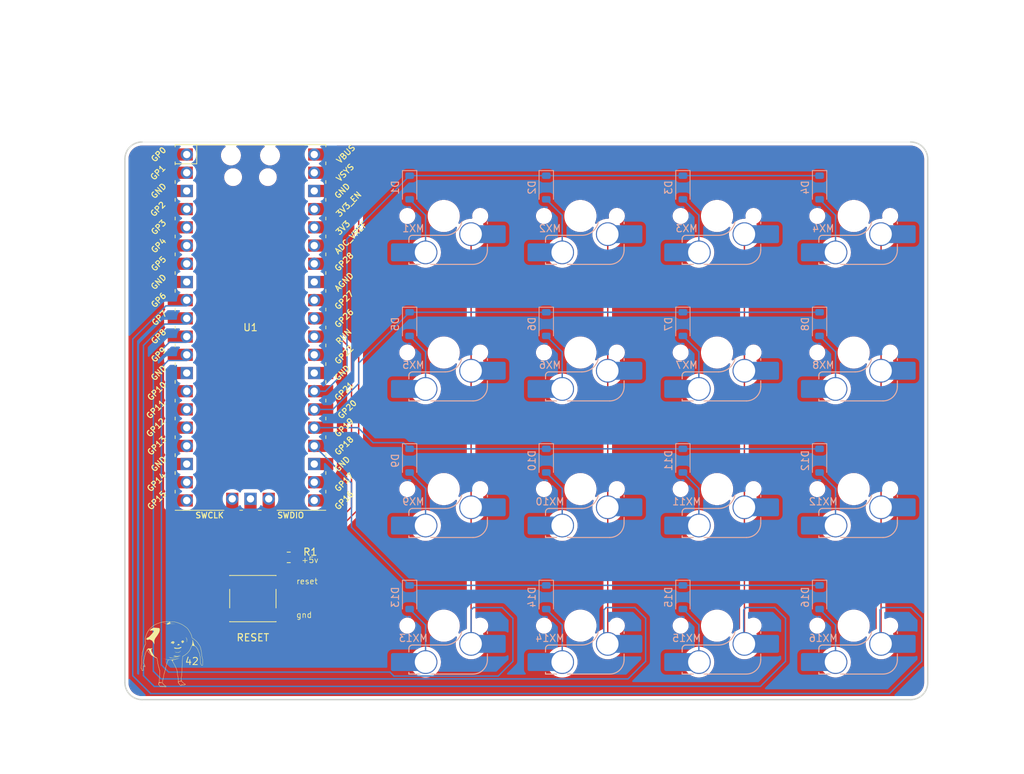
<source format=kicad_pcb>
(kicad_pcb (version 20240108) (generator "pcbnew") (generator_version "8.0")
  (layers (0 "F.Cu" signal) (31 "B.Cu" signal) (34 "B.Paste" user) (35 "F.Paste" user) (36 "B.SilkS" user "B.Silkscreen") (37 "F.SilkS" user "F.Silkscreen") (38 "B.Mask" user) (39 "F.Mask" user) (44 "Edge.Cuts" user))
  (net 0 "")
  (net 1 "row1")
  (net 2 "Net-(D1-A)")
  (net 3 "Net-(D2-A)")
  (net 4 "Net-(D3-A)")
  (net 5 "Net-(D4-A)")
  (net 6 "Net-(D5-A)")
  (net 7 "row2")
  (net 8 "Net-(D6-A)")
  (net 9 "Net-(D7-A)")
  (net 10 "Net-(D8-A)")
  (net 11 "Net-(D9-A)")
  (net 12 "row3")
  (net 13 "Net-(D10-A)")
  (net 14 "Net-(D11-A)")
  (net 15 "Net-(D12-A)")
  (net 16 "Net-(D13-A)")
  (net 17 "row4")
  (net 18 "Net-(D14-A)")
  (net 19 "Net-(D15-A)")
  (net 20 "Net-(D16-A)")
  (net 21 "col1")
  (net 22 "col2")
  (net 23 "col3")
  (net 24 "col4")
  (net 45 "RESET")
  (net 58 "gnd")
  (net 59 "+5V")
  (footprint "MCU_RaspberryPi_and_Boards:RPi_Pico_SMD_TH" (layer "F.Cu") (at 79.41875 94.9325)
    (property "Reference" "U1")
    (property "Value" "Pico")
  )
  (footprint "Resistor_SMD:R_0805_2012Metric_Pad1.20x1.40mm_HandSolder" (layer "F.Cu") (at 84.75 127 180)
    (property "Reference" "R1")
    (property "Value" "5.1k")
  )
  (footprint "Button_Switch_SMD:SW_SPST_PTS645" (layer "F.Cu") (at 79.75 132.75 180)
    (property "Reference" "RESET")
    (property "Value" "SW_Push")
  )
  (footprint "LOGO" (layer "F.Cu") (at 68.5 140.5)
    (property "Reference" "42")
    (property "Value" "LOGO" (hide yes))
  )
  (footprint "marbastlib-mx:SW_MX_HS_CPG151101S11_1u" (layer "B.Cu") (at 144.4625 98.425)
    (property "Reference" "MX7")
    (property "Value" "MX_SW_HS")
  )
  (footprint "Diode_SMD:D_SOD-123" (layer "B.Cu") (at 120.65 94.45625 -90)
    (property "Reference" "D6")
    (property "Value" "D_Small")
  )
  (footprint "Diode_SMD:D_SOD-123" (layer "B.Cu") (at 139.7 94.45625 -90)
    (property "Reference" "D7")
    (property "Value" "D_Small")
  )
  (footprint "marbastlib-mx:SW_MX_HS_CPG151101S11_1u" (layer "B.Cu") (at 106.3625 98.425)
    (property "Reference" "MX5")
    (property "Value" "MX_SW_HS")
  )
  (footprint "Diode_SMD:D_SOD-123" (layer "B.Cu") (at 158.75 132.55625 -90)
    (property "Reference" "D16")
    (property "Value" "D_Small")
  )
  (footprint "marbastlib-mx:SW_MX_HS_CPG151101S11_1u" (layer "B.Cu") (at 106.3625 79.375)
    (property "Reference" "MX1")
    (property "Value" "MX_SW_HS")
  )
  (footprint "Diode_SMD:D_SOD-123" (layer "B.Cu") (at 158.75 75.40625 -90)
    (property "Reference" "D4")
    (property "Value" "D_Small")
  )
  (footprint "Diode_SMD:D_SOD-123" (layer "B.Cu") (at 158.75 94.45625 -90)
    (property "Reference" "D8")
    (property "Value" "D_Small")
  )
  (footprint "Diode_SMD:D_SOD-123" (layer "B.Cu") (at 101.6 132.55625 -90)
    (property "Reference" "D13")
    (property "Value" "D_Small")
  )
  (footprint "marbastlib-mx:SW_MX_HS_CPG151101S11_1u" (layer "B.Cu") (at 125.4125 117.475)
    (property "Reference" "MX10")
    (property "Value" "MX_SW_HS")
  )
  (footprint "marbastlib-mx:SW_MX_HS_CPG151101S11_1u" (layer "B.Cu") (at 163.5125 136.525)
    (property "Reference" "MX16")
    (property "Value" "MX_SW_HS")
  )
  (footprint "marbastlib-mx:SW_MX_HS_CPG151101S11_1u" (layer "B.Cu") (at 163.5125 79.375)
    (property "Reference" "MX4")
    (property "Value" "MX_SW_HS")
  )
  (footprint "marbastlib-mx:SW_MX_HS_CPG151101S11_1u" (layer "B.Cu") (at 106.3625 117.475)
    (property "Reference" "MX9")
    (property "Value" "MX_SW_HS")
  )
  (footprint "Diode_SMD:D_SOD-123" (layer "B.Cu") (at 120.65 75.40625 -90)
    (property "Reference" "D2")
    (property "Value" "D_Small")
  )
  (footprint "Diode_SMD:D_SOD-123" (layer "B.Cu") (at 158.75 113.50625 -90)
    (property "Reference" "D12")
    (property "Value" "D_Small")
  )
  (footprint "marbastlib-mx:SW_MX_HS_CPG151101S11_1u" (layer "B.Cu") (at 125.4125 79.375)
    (property "Reference" "MX2")
    (property "Value" "MX_SW_HS")
  )
  (footprint "Diode_SMD:D_SOD-123" (layer "B.Cu") (at 101.6 113.50625 -90)
    (property "Reference" "D9")
    (property "Value" "D_Small")
  )
  (footprint "marbastlib-mx:SW_MX_HS_CPG151101S11_1u" (layer "B.Cu") (at 125.4125 136.525)
    (property "Reference" "MX14")
    (property "Value" "MX_SW_HS")
  )
  (footprint "Diode_SMD:D_SOD-123" (layer "B.Cu") (at 139.7 75.40625 -90)
    (property "Reference" "D3")
    (property "Value" "D_Small")
  )
  (footprint "marbastlib-mx:SW_MX_HS_CPG151101S11_1u" (layer "B.Cu") (at 144.4625 136.525)
    (property "Reference" "MX15")
    (property "Value" "MX_SW_HS")
  )
  (footprint "marbastlib-mx:SW_MX_HS_CPG151101S11_1u" (layer "B.Cu") (at 106.3625 136.525)
    (property "Reference" "MX13")
    (property "Value" "MX_SW_HS")
  )
  (footprint "Diode_SMD:D_SOD-123" (layer "B.Cu") (at 139.7 132.55625 -90)
    (property "Reference" "D15")
    (property "Value" "D_Small")
  )
  (footprint "marbastlib-mx:SW_MX_HS_CPG151101S11_1u" (layer "B.Cu") (at 163.5125 98.425)
    (property "Reference" "MX8")
    (property "Value" "MX_SW_HS")
  )
  (footprint "marbastlib-mx:SW_MX_HS_CPG151101S11_1u" (layer "B.Cu") (at 163.5125 117.475)
    (property "Reference" "MX12")
    (property "Value" "MX_SW_HS")
  )
  (footprint "Diode_SMD:D_SOD-123" (layer "B.Cu") (at 120.65 113.50625 -90)
    (property "Reference" "D10")
    (property "Value" "D_Small")
  )
  (footprint "Diode_SMD:D_SOD-123" (layer "B.Cu") (at 139.7 113.50625 -90)
    (property "Reference" "D11")
    (property "Value" "D_Small")
  )
  (footprint "Diode_SMD:D_SOD-123" (layer "B.Cu") (at 101.6 94.45625 -90)
    (property "Reference" "D5")
    (property "Value" "D_Small")
  )
  (footprint "marbastlib-mx:SW_MX_HS_CPG151101S11_1u" (layer "B.Cu") (at 144.4625 117.475)
    (property "Reference" "MX11")
    (property "Value" "MX_SW_HS")
  )
  (footprint "Diode_SMD:D_SOD-123" (layer "B.Cu") (at 101.6 75.40625 -90)
    (property "Reference" "D1")
    (property "Value" "D_Small")
  )
  (footprint "Diode_SMD:D_SOD-123" (layer "B.Cu") (at 120.65 132.55625 -90)
    (property "Reference" "D14")
    (property "Value" "D_Small")
  )
  (footprint "marbastlib-mx:SW_MX_HS_CPG151101S11_1u" (layer "B.Cu") (at 125.4125 98.425)
    (property "Reference" "MX6")
    (property "Value" "MX_SW_HS")
  )
  (footprint "marbastlib-mx:SW_MX_HS_CPG151101S11_1u" (layer "B.Cu") (at 144.4625 79.375)
    (property "Reference" "MX3")
    (property "Value" "MX_SW_HS")
  )
  (gr_line (start 173.83125 144.4625) (end 173.83125 71.4375) (stroke (width 0.2)) (layer "Edge.Cuts"))
  (gr_line (start 61.9125 71.4375) (end 61.9125 144.4625) (stroke (width 0.2)) (layer "Edge.Cuts"))
  (gr_arc (start 173.83125 144.4625) (mid 173.133798 146.146298) (end 171.45 146.84375) (stroke (width 0.2)) (layer "Edge.Cuts"))
  (gr_arc (start 61.9125 71.4375) (mid 62.609952 69.753702) (end 64.29375 69.05625) (stroke (width 0.2)) (layer "Edge.Cuts"))
  (gr_arc (start 64.29375 146.84375) (mid 62.609952 146.146298) (end 61.9125 144.4625) (stroke (width 0.2)) (layer "Edge.Cuts"))
  (gr_arc (start 171.45 69.05625) (mid 173.133798 69.753702) (end 173.83125 71.4375) (stroke (width 0.2)) (layer "Edge.Cuts"))
  (gr_line (start 84.93125 69.05625) (end 171.45 69.05625) (stroke (width 0.05)) (layer "Edge.Cuts"))
  (gr_line (start 73.81875 69.05625) (end 64.29375 69.05625) (stroke (width 0.05)) (layer "Edge.Cuts"))
  (gr_line (start 84.93125 69.05625) (end 73.81875 69.05625) (stroke (width 0.05)) (layer "Edge.Cuts"))
  (gr_line (start 64.29375 146.84375) (end 171.45 146.84375) (stroke (width 0.2)) (layer "Edge.Cuts"))
  (gr_text "reset" (at 85.75 130.803 0) (layer "F.SilkS") (effects (font (size 0.8 0.8) (thickness 0.1)) (justify left bottom)))
  (gr_text "+5v" (at 86.463 127.847 0) (layer "F.SilkS") (effects (font (size 0.8 0.8) (thickness 0.1)) (justify left bottom)))
  (gr_text "gnd" (at 85.75 135.5 0) (layer "F.SilkS") (effects (font (size 0.8 0.8) (thickness 0.1)) (justify left bottom)))
  (gr_text "GP20" (at 92.9125 106.3625 45) (layer "F.SilkS") (effects (font (size 0.8 0.8))))
  (segment (start 139.7 73.75625) (end 158.75 73.75625) (width 0.2) (layer "B.Cu") (net 1))
  (segment (start 93.6625 81.69375) (end 101.6 73.75625) (width 0.2) (layer "B.Cu") (net 1))
  (segment (start 88.30875 103.8225) (end 89.8525 103.8225) (width 0.2) (layer "B.Cu") (net 1))
  (segment (start 120.65 73.75625) (end 139.7 73.75625) (width 0.2) (layer "B.Cu") (net 1))
  (segment (start 93.6625 81.75625) (end 93.6625 81.69375) (width 0.2) (layer "B.Cu") (net 1))
  (segment (start 101.6 73.75625) (end 120.65 73.75625) (width 0.2) (layer "B.Cu") (net 1))
  (segment (start 92.86875 82.55) (end 93.6625 81.75625) (width 0.2) (layer "B.Cu") (net 1))
  (segment (start 89.8525 103.8225) (end 92.86875 100.80625) (width 0.2) (layer "B.Cu") (net 1))
  (segment (start 92.86875 100.80625) (end 92.86875 82.55) (width 0.2) (layer "B.Cu") (net 1))
  (segment (start 103.8225 79.27875) (end 103.8225 84.455) (width 0.2) (layer "B.Cu") (net 2))
  (segment (start 101.6 77.05625) (end 103.8225 79.27875) (width 0.2) (layer "B.Cu") (net 2))
  (segment (start 120.65 77.05625) (end 122.8725 79.27875) (width 0.2) (layer "B.Cu") (net 3))
  (segment (start 122.8725 79.27875) (end 122.8725 84.455) (width 0.2) (layer "B.Cu") (net 3))
  (segment (start 139.7 77.05625) (end 141.9225 79.27875) (width 0.2) (layer "B.Cu") (net 4))
  (segment (start 141.9225 79.27875) (end 141.9225 84.455) (width 0.2) (layer "B.Cu") (net 4))
  (segment (start 160.9725 79.27875) (end 160.9725 84.455) (width 0.2) (layer "B.Cu") (net 5))
  (segment (start 158.75 77.05625) (end 160.9725 79.27875) (width 0.2) (layer "B.Cu") (net 5))
  (segment (start 103.8225 98.32875) (end 103.8225 103.505) (width 0.2) (layer "B.Cu") (net 6))
  (segment (start 101.6 96.10625) (end 103.8225 98.32875) (width 0.2) (layer "B.Cu") (net 6))
  (segment (start 88.30875 106.3625) (end 90.8875 106.3625) (width 0.2) (layer "B.Cu") (net 7))
  (segment (start 101.6 92.80625) (end 120.65 92.80625) (width 0.2) (layer "B.Cu") (net 7))
  (segment (start 94.5 102.75) (end 94.5 99.90625) (width 0.2) (layer "B.Cu") (net 7))
  (segment (start 88.265 107.15625) (end 88.265 106.9975) (width 0.2) (layer "B.Cu") (net 7))
  (segment (start 90.8875 106.3625) (end 94.5 102.75) (width 0.2) (layer "B.Cu") (net 7))
  (segment (start 139.7 92.80625) (end 158.75 92.80625) (width 0.2) (layer "B.Cu") (net 7))
  (segment (start 120.65 92.80625) (end 139.7 92.80625) (width 0.2) (layer "B.Cu") (net 7))
  (segment (start 94.5 99.90625) (end 101.6 92.80625) (width 0.2) (layer "B.Cu") (net 7))
  (segment (start 120.65 96.10625) (end 122.8725 98.32875) (width 0.2) (layer "B.Cu") (net 8))
  (segment (start 122.8725 98.32875) (end 122.8725 103.505) (width 0.2) (layer "B.Cu") (net 8))
  (segment (start 139.7 96.10625) (end 141.9225 98.32875) (width 0.2) (layer "B.Cu") (net 9))
  (segment (start 141.9225 98.32875) (end 141.9225 103.505) (width 0.2) (layer "B.Cu") (net 9))
  (segment (start 158.75 96.10625) (end 160.9725 98.32875) (width 0.2) (layer "B.Cu") (net 10))
  (segment (start 160.9725 98.32875) (end 160.9725 103.505) (width 0.2) (layer "B.Cu") (net 10))
  (segment (start 103.8225 117.37875) (end 103.8225 122.555) (width 0.2) (layer "B.Cu") (net 11))
  (segment (start 101.6 115.15625) (end 103.8225 117.37875) (width 0.2) (layer "B.Cu") (net 11))
  (segment (start 88.265 109.37875) (end 88.9 108.74375) (width 0.2) (layer "B.Cu") (net 12))
  (segment (start 101.6 111.85625) (end 120.65 111.85625) (width 0.2) (layer "B.Cu") (net 12))
  (segment (start 94.4025 108.9025) (end 96.5 111) (width 0.2) (layer "B.Cu") (net 12))
  (segment (start 88.30875 108.9025) (end 94.4025 108.9025) (width 0.2) (layer "B.Cu") (net 12))
  (segment (start 120.65 111.85625) (end 139.7 111.85625) (width 0.2) (layer "B.Cu") (net 12))
  (segment (start 88.265 109.69625) (end 88.265 109.37875) (width 0.2) (layer "B.Cu") (net 12))
  (segment (start 96.5 111) (end 100.74375 111) (width 0.2) (layer "B.Cu") (net 12))
  (segment (start 139.7 111.85625) (end 158.75 111.85625) (width 0.2) (layer "B.Cu") (net 12))
  (segment (start 100.74375 111) (end 101.6 111.85625) (width 0.2) (layer "B.Cu") (net 12))
  (segment (start 122.8725 117.37875) (end 122.8725 122.555) (width 0.2) (layer "B.Cu") (net 13))
  (segment (start 120.65 115.15625) (end 122.8725 117.37875) (width 0.2) (layer "B.Cu") (net 13))
  (segment (start 141.9225 117.37875) (end 141.9225 122.555) (width 0.2) (layer "B.Cu") (net 14))
  (segment (start 139.7 115.15625) (end 141.9225 117.37875) (width 0.2) (layer "B.Cu") (net 14))
  (segment (start 160.9725 117.37875) (end 160.9725 122.555) (width 0.2) (layer "B.Cu") (net 15))
  (segment (start 158.75 115.15625) (end 160.9725 117.37875) (width 0.2) (layer "B.Cu") (net 15))
  (segment (start 103.8225 136.42875) (end 103.8225 141.605) (width 0.2) (layer "B.Cu") (net 16))
  (segment (start 101.6 134.20625) (end 103.8225 136.42875) (width 0.2) (layer "B.Cu") (net 16))
  (segment (start 120.65 130.90625) (end 139.7 130.90625) (width 0.2) (layer "B.Cu") (net 17))
  (segment (start 139.7 130.90625) (end 158.75 130.90625) (width 0.2) (layer "B.Cu") (net 17))
  (segment (start 101.6 130.90625) (end 120.65 130.90625) (width 0.2) (layer "B.Cu") (net 17))
  (segment (start 93.5 116.63375) (end 93.5 122.80625) (width 0.2) (layer "B.Cu") (net 17))
  (segment (start 93.5 122.80625) (end 101.6 130.90625) (width 0.2) (layer "B.Cu") (net 17))
  (segment (start 88.265 112.23625) (end 88.265 111.76) (width 0.2) (layer "B.Cu") (net 17))
  (segment (start 88.30875 111.4425) (end 93.5 116.63375) (width 0.2) (layer "B.Cu") (net 17))
  (segment (start 122.8725 136.42875) (end 122.8725 141.605) (width 0.2) (layer "B.Cu") (net 18))
  (segment (start 120.65 134.20625) (end 122.8725 136.42875) (width 0.2) (layer "B.Cu") (net 18))
  (segment (start 139.7 134.20625) (end 141.9225 136.42875) (width 0.2) (layer "B.Cu") (net 19))
  (segment (start 141.9225 136.42875) (end 141.9225 141.605) (width 0.2) (layer "B.Cu") (net 19))
  (segment (start 158.75 134.20625) (end 160.9725 136.42875) (width 0.2) (layer "B.Cu") (net 20))
  (segment (start 160.9725 136.42875) (end 160.9725 141.605) (width 0.2) (layer "B.Cu") (net 20))
  (segment (start 110.1725 120.015) (end 110.1725 139.065) (width 0.2) (layer "F.Cu") (net 21))
  (segment (start 110.1725 81.915) (end 110.1725 100.965) (width 0.2) (layer "F.Cu") (net 21))
  (segment (start 110.1725 100.965) (end 110.1725 120.015) (width 0.2) (layer "F.Cu") (net 21))
  (segment (start 110.5 134) (end 110.1725 134.3275) (width 0.2) (layer "B.Cu") (net 21))
  (segment (start 116 135.5) (end 114.5 134) (width 0.2) (layer "B.Cu") (net 21))
  (segment (start 114.5 134) (end 110.5 134) (width 0.2) (layer "B.Cu") (net 21))
  (segment (start 116 141.5) (end 116 135.5) (width 0.2) (layer "B.Cu") (net 21))
  (segment (start 68 143) (end 98.857756 143) (width 0.2) (layer "B.Cu") (net 21))
  (segment (start 110.1725 134.3275) (end 110.1725 139.065) (width 0.2) (layer "B.Cu") (net 21))
  (segment (start 113.945 143.555) (end 116 141.5) (width 0.2) (layer "B.Cu") (net 21))
  (segment (start 99.412756 143.555) (end 113.945 143.555) (width 0.2) (layer "B.Cu") (net 21))
  (segment (start 67.945 99.53625) (end 67 100.48125) (width 0.2) (layer "B.Cu") (net 21))
  (segment (start 98.857756 143) (end 99.412756 143.555) (width 0.2) (layer "B.Cu") (net 21))
  (segment (start 70.485 99.53625) (end 67.945 99.53625) (width 0.2) (layer "B.Cu") (net 21))
  (segment (start 67 142) (end 68 143) (width 0.2) (layer "B.Cu") (net 21))
  (segment (start 67 100.48125) (end 67 142) (width 0.2) (layer "B.Cu") (net 21))
  (segment (start 129.2225 100.965) (end 129.2225 120.015) (width 0.2) (layer "F.Cu") (net 22))
  (segment (start 129.2225 81.915) (end 129.2225 100.965) (width 0.2) (layer "F.Cu") (net 22))
  (segment (start 129.2225 120.015) (end 129.2225 139.065) (width 0.2) (layer "F.Cu") (net 22))
  (segment (start 129 134) (end 128.6725 134.3275) (width 0.2) (layer "B.Cu") (net 22))
  (segment (start 133 134) (end 129 134) (width 0.2) (layer "B.Cu") (net 22))
  (segment (start 70.485 96.99625) (end 68.10375 96.99625) (width 0.2) (layer "B.Cu") (net 22))
  (segment (start 134.5 141.5) (end 134.5 135.5) (width 0.2) (layer "B.Cu") (net 22))
  (segment (start 68.10375 96.99625) (end 65.88125 99.21875) (width 0.2) (layer "B.Cu") (net 22))
  (segment (start 128.6725 134.3275) (end 128.6725 139.065) (width 0.2) (layer "B.Cu") (net 22))
  (segment (start 65.88125 99.21875) (end 65.88125 142.88125) (width 0.2) (layer "B.Cu") (net 22))
  (segment (start 65.88125 142.88125) (end 66.955 143.955) (width 0.2) (layer "B.Cu") (net 22))
  (segment (start 134.5 135.5) (end 133 134) (width 0.2) (layer "B.Cu") (net 22))
  (segment (start 132.045 143.955) (end 134.5 141.5) (width 0.2) (layer "B.Cu") (net 22))
  (segment (start 66.955 143.955) (end 132.045 143.955) (width 0.2) (layer "B.Cu") (net 22))
  (segment (start 148.2725 120.015) (end 148.2725 139.065) (width 0.2) (layer "F.Cu") (net 23))
  (segment (start 148.2725 100.965) (end 148.2725 120.015) (width 0.2) (layer "F.Cu") (net 23))
  (segment (start 148.2725 81.915) (end 148.2725 100.965) (width 0.2) (layer "F.Cu") (net 23))
  (segment (start 148.1725 134.3275) (end 148.1725 139.065) (width 0.2) (layer "B.Cu") (net 23))
  (segment (start 148.5 134) (end 148.1725 134.3275) (width 0.2) (layer "B.Cu") (net 23))
  (segment (start 66 145) (end 150.5 145) (width 0.2) (layer "B.Cu") (net 23))
  (segment (start 154 141.5) (end 154 135.5) (width 0.2) (layer "B.Cu") (net 23))
  (segment (start 152.5 134) (end 148.5 134) (width 0.2) (layer "B.Cu") (net 23))
  (segment (start 67.46875 94.45625) (end 64.5 97.425) (width 0.2) (layer "B.Cu") (net 23))
  (segment (start 64.5 97.425) (end 64.5 143.5) (width 0.2) (layer "B.Cu") (net 23))
  (segment (start 64.5 143.5) (end 66 145) (width 0.2) (layer "B.Cu") (net 23))
  (segment (start 154 135.5) (end 152.5 134) (width 0.2) (layer "B.Cu") (net 23))
  (segment (start 70.485 94.45625) (end 67.46875 94.45625) (width 0.2) (layer "B.Cu") (net 23))
  (segment (start 150.5 145) (end 154 141.5) (width 0.2) (layer "B.Cu") (net 23))
  (segment (start 167.3225 100.965) (end 167.3225 120.015) (width 0.2) (layer "F.Cu") (net 24))
  (segment (start 167.3225 120.015) (end 167.3225 139.065) (width 0.2) (layer "F.Cu") (net 24))
  (segment (start 167.3225 81.915) (end 167.3225 100.965) (width 0.2) (layer "F.Cu") (net 24))
  (segment (start 70.485 91.91625) (end 67.6275 91.91625) (width 0.2) (layer "B.Cu") (net 24))
  (segment (start 167.5 134) (end 167.1725 134.3275) (width 0.2) (layer "B.Cu") (net 24))
  (segment (start 171.5 134) (end 167.5 134) (width 0.2) (layer "B.Cu") (net 24))
  (segment (start 173 135.5) (end 171.5 134) (width 0.2) (layer "B.Cu") (net 24))
  (segment (start 65.5 146) (end 168.5 146) (width 0.2) (layer "B.Cu") (net 24))
  (segment (start 167.1725 134.3275) (end 167.1725 139.065) (width 0.2) (layer "B.Cu") (net 24))
  (segment (start 63 96.54375) (end 63 143.5) (width 0.2) (layer "B.Cu") (net 24))
  (segment (start 67.6275 91.91625) (end 63 96.54375) (width 0.2) (layer "B.Cu") (net 24))
  (segment (start 63 143.5) (end 65.5 146) (width 0.2) (layer "B.Cu") (net 24))
  (segment (start 168.5 146) (end 173 141.5) (width 0.2) (layer "B.Cu") (net 24))
  (segment (start 173 141.5) (end 173 135.5) (width 0.2) (layer "B.Cu") (net 24))
  (segment (start 83.75 127) (end 83.75 130.48) (width 0.2) (layer "F.Cu") (net 45))
  (segment (start 80.5 124) (end 82.25 125.75) (width 0.2) (layer "F.Cu") (net 45))
  (segment (start 80.5 122.5) (end 80.5 124) (width 0.2) (layer "F.Cu") (net 45))
  (segment (start 83.5 125.75) (end 83.75 126) (width 0.2) (layer "F.Cu") (net 45))
  (segment (start 82.25 125.75) (end 83.5 125.75) (width 0.2) (layer "F.Cu") (net 45))
  (segment (start 81 122) (end 80.5 122.5) (width 0.2) (layer "F.Cu") (net 45))
  (segment (start 93.5 120) (end 91.5 122) (width 0.2) (layer "F.Cu") (net 45))
  (segment (start 83.75 126) (end 83.75 127) (width 0.2) (layer "F.Cu") (net 45))
  (segment (start 93.5 98) (end 93.5 120) (width 0.2) (layer "F.Cu") (net 45))
  (segment (start 83.73 130.5) (end 75.77 130.5) (width 0.2) (layer "F.Cu") (net 45))
  (segment (start 88.30875 96.2025) (end 91.7025 96.2025) (width 0.2) (layer "F.Cu") (net 45))
  (segment (start 83.75 130.48) (end 83.73 130.5) (width 0.2) (layer "F.Cu") (net 45))
  (segment (start 91.5 122) (end 81 122) (width 0.2) (layer "F.Cu") (net 45))
  (segment (start 91.7025 96.2025) (end 93.5 98) (width 0.2) (layer "F.Cu") (net 45))
  (segment (start 79.41875 124.08125) (end 77.5 126) (width 0.2) (layer "F.Cu") (net 58))
  (segment (start 79.41875 118.8325) (end 79.41875 124.08125) (width 0.2) (layer "F.Cu") (net 58))
  (segment (start 75.5 135) (end 75.77 135) (width 0.2) (layer "F.Cu") (net 58))
  (segment (start 75.77 135) (end 83.73 135) (width 0.2) (layer "F.Cu") (net 58))
  (segment (start 73.5 128) (end 73.5 133) (width 0.2) (layer "F.Cu") (net 58))
  (segment (start 79.41875 120.3925) (end 79.5 120.47375) (width 0.2) (layer "F.Cu") (net 58))
  (segment (start 79.41875 118.8325) (end 79.41875 120.3925) (width 0.2) (layer "F.Cu") (net 58))
  (segment (start 77.5 126) (end 75.5 126) (width 0.2) (layer "F.Cu") (net 58))
  (segment (start 75.5 126) (end 73.5 128) (width 0.2) (layer "F.Cu") (net 58))
  (segment (start 73.5 133) (end 75.5 135) (width 0.2) (layer "F.Cu") (net 58))
  (segment (start 88.30875 70.8025) (end 93 70.8025) (width 0.2) (layer "F.Cu") (net 59))
  (segment (start 94.5 120.25) (end 94.5 72.3025) (width 0.2) (layer "F.Cu") (net 59))
  (segment (start 85.75 125.5) (end 85 124.75) (width 0.2) (layer "F.Cu") (net 59))
  (segment (start 94.5 72.3025) (end 93 70.8025) (width 0.2) (layer "F.Cu") (net 59))
  (segment (start 85 124.75) (end 82.75 124.75) (width 0.2) (layer "F.Cu") (net 59))
  (segment (start 81.75 123.75) (end 81.75 123) (width 0.2) (layer "F.Cu") (net 59))
  (segment (start 82.75 124.75) (end 81.75 123.75) (width 0.2) (layer "F.Cu") (net 59))
  (segment (start 85.75 127) (end 85.75 125.5) (width 0.2) (layer "F.Cu") (net 59))
  (segment (start 92 122.75) (end 94.5 120.25) (width 0.2) (layer "F.Cu") (net 59))
  (segment (start 81.75 123) (end 82 122.75) (width 0.2) (layer "F.Cu") (net 59))
  (segment (start 82 122.75) (end 92 122.75) (width 0.2) (layer "F.Cu") (net 59))
  (zone (net 0) (net_name "") (layers "F&B.Cu") (connect_pads (clearance 0.5)) (min_thickness 0.25) (fill yes (thermal_gap 0.5) (thermal_bridge_width 0.5) (island_removal_mode 1) (island_area_min 10))
    (polygon (pts (xy 51 49.5) (xy 184 50) (xy 187.25 157.25) (xy 44.5 156.75) (xy 50.5 49.25)))
  )
)
</source>
